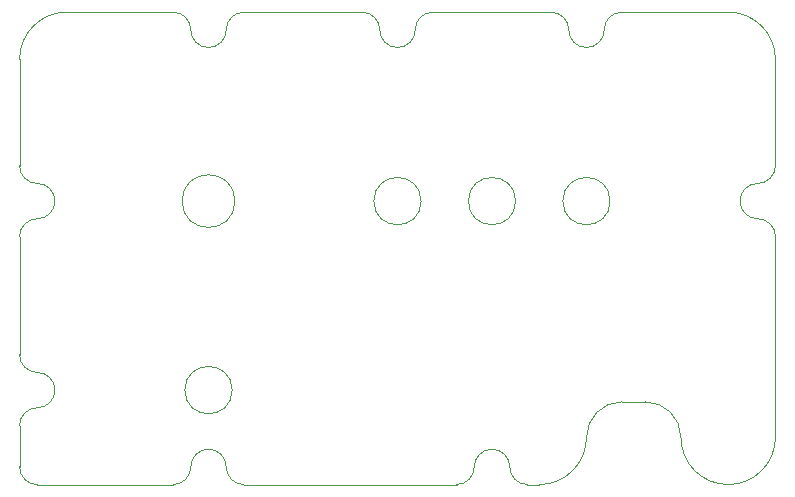
<source format=gm1>
G04 #@! TF.FileFunction,Profile,NP*
%FSLAX46Y46*%
G04 Gerber Fmt 4.6, Leading zero omitted, Abs format (unit mm)*
G04 Created by KiCad (PCBNEW (2015-08-15 BZR 6092)-product) date 2/28/2016 10:29:08 PM*
%MOMM*%
G01*
G04 APERTURE LIST*
%ADD10C,0.100000*%
G04 APERTURE END LIST*
D10*
X110500000Y-60000000D02*
X113000000Y-60000000D01*
X109000000Y-58500000D02*
X109000000Y-56000000D01*
X109000000Y-58500000D02*
G75*
G03X110500000Y-60000000I1500000J0D01*
G01*
X109000000Y-49000000D02*
X109000000Y-48000000D01*
X109000000Y-56000000D02*
X109000000Y-55000000D01*
X122000000Y-60000000D02*
X121000000Y-60000000D01*
X129000000Y-60000000D02*
X128000000Y-60000000D01*
X152000000Y-60000000D02*
X153000000Y-60000000D01*
X145000000Y-60000000D02*
X146000000Y-60000000D01*
X173000000Y-39000000D02*
X173000000Y-40000000D01*
X173000000Y-32000000D02*
X173000000Y-33000000D01*
X160000000Y-20000000D02*
X161000000Y-20000000D01*
X153000000Y-20000000D02*
X154000000Y-20000000D01*
X144000000Y-20000000D02*
X145000000Y-20000000D01*
X137000000Y-20000000D02*
X138000000Y-20000000D01*
X128000000Y-20000000D02*
X129000000Y-20000000D01*
X121000000Y-20000000D02*
X122000000Y-20000000D01*
X109000000Y-33000000D02*
X109000000Y-32000000D01*
X109000000Y-40000000D02*
X109000000Y-39000000D01*
X127000000Y-52000000D02*
G75*
G03X127000000Y-52000000I-2000000J0D01*
G01*
X127236068Y-36000000D02*
G75*
G03X127236068Y-36000000I-2236068J0D01*
G01*
X143000000Y-36000000D02*
G75*
G03X143000000Y-36000000I-2000000J0D01*
G01*
X151000000Y-36000000D02*
G75*
G03X151000000Y-36000000I-2000000J0D01*
G01*
X159000000Y-36000000D02*
G75*
G03X159000000Y-36000000I-2000000J0D01*
G01*
X121000000Y-60000000D02*
X113000000Y-60000000D01*
X109000000Y-40000000D02*
X109000000Y-48000000D01*
X113000000Y-20000000D02*
X121000000Y-20000000D01*
X109000000Y-24000000D02*
X109000000Y-32000000D01*
X113000000Y-20000000D02*
G75*
G03X109000000Y-24000000I0J-4000000D01*
G01*
X160000000Y-53000000D02*
X162000000Y-53000000D01*
X160000000Y-53000000D02*
G75*
G03X157000000Y-56000000I0J-3000000D01*
G01*
X165000000Y-56000000D02*
G75*
G03X162000000Y-53000000I-3000000J0D01*
G01*
X165000000Y-56000000D02*
G75*
G03X169000000Y-60000000I4000000J0D01*
G01*
X153000000Y-60000000D02*
G75*
G03X157000000Y-56000000I0J4000000D01*
G01*
X173000000Y-24000000D02*
X173000000Y-32000000D01*
X161000000Y-20000000D02*
X169000000Y-20000000D01*
X145000000Y-20000000D02*
X153000000Y-20000000D01*
X129000000Y-20000000D02*
X137000000Y-20000000D01*
X173000000Y-24000000D02*
G75*
G03X169000000Y-20000000I-4000000J0D01*
G01*
X173000000Y-56000000D02*
X173000000Y-40000000D01*
X169000000Y-60000000D02*
G75*
G03X173000000Y-56000000I0J4000000D01*
G01*
X129000000Y-60000000D02*
X145000000Y-60000000D01*
X123500000Y-21500000D02*
G75*
G03X122000000Y-20000000I-1500000J0D01*
G01*
X128000000Y-20000000D02*
G75*
G03X126500000Y-21500000I0J-1500000D01*
G01*
X125000000Y-23000000D02*
G75*
G03X126500000Y-21500000I0J1500000D01*
G01*
X123500000Y-21500000D02*
G75*
G03X125000000Y-23000000I1500000J0D01*
G01*
X139500000Y-21500000D02*
G75*
G03X138000000Y-20000000I-1500000J0D01*
G01*
X144000000Y-20000000D02*
G75*
G03X142500000Y-21500000I0J-1500000D01*
G01*
X141000000Y-23000000D02*
G75*
G03X142500000Y-21500000I0J1500000D01*
G01*
X139500000Y-21500000D02*
G75*
G03X141000000Y-23000000I1500000J0D01*
G01*
X155500000Y-21500000D02*
G75*
G03X154000000Y-20000000I-1500000J0D01*
G01*
X160000000Y-20000000D02*
G75*
G03X158500000Y-21500000I0J-1500000D01*
G01*
X157000000Y-23000000D02*
G75*
G03X158500000Y-21500000I0J1500000D01*
G01*
X155500000Y-21500000D02*
G75*
G03X157000000Y-23000000I1500000J0D01*
G01*
X126500000Y-58500000D02*
G75*
G03X128000000Y-60000000I1500000J0D01*
G01*
X122000000Y-60000000D02*
G75*
G03X123500000Y-58500000I0J1500000D01*
G01*
X125000000Y-57000000D02*
G75*
G03X123500000Y-58500000I0J-1500000D01*
G01*
X126500000Y-58500000D02*
G75*
G03X125000000Y-57000000I-1500000J0D01*
G01*
X110500000Y-53500000D02*
G75*
G03X109000000Y-55000000I0J-1500000D01*
G01*
X109000000Y-49000000D02*
G75*
G03X110500000Y-50500000I1500000J0D01*
G01*
X112000000Y-52000000D02*
G75*
G03X110500000Y-50500000I-1500000J0D01*
G01*
X110500000Y-53500000D02*
G75*
G03X112000000Y-52000000I0J1500000D01*
G01*
X110500000Y-37500000D02*
G75*
G03X109000000Y-39000000I0J-1500000D01*
G01*
X109000000Y-33000000D02*
G75*
G03X110500000Y-34500000I1500000J0D01*
G01*
X112000000Y-36000000D02*
G75*
G03X110500000Y-34500000I-1500000J0D01*
G01*
X110500000Y-37500000D02*
G75*
G03X112000000Y-36000000I0J1500000D01*
G01*
X150500000Y-58500000D02*
G75*
G03X152000000Y-60000000I1500000J0D01*
G01*
X146000000Y-60000000D02*
G75*
G03X147500000Y-58500000I0J1500000D01*
G01*
X149000000Y-57000000D02*
G75*
G03X147500000Y-58500000I0J-1500000D01*
G01*
X150500000Y-58500000D02*
G75*
G03X149000000Y-57000000I-1500000J0D01*
G01*
X171500000Y-34500000D02*
G75*
G03X173000000Y-33000000I0J1500000D01*
G01*
X173000000Y-39000000D02*
G75*
G03X171500000Y-37500000I-1500000J0D01*
G01*
X170000000Y-36000000D02*
G75*
G03X171500000Y-37500000I1500000J0D01*
G01*
X171500000Y-34500000D02*
G75*
G03X170000000Y-36000000I0J-1500000D01*
G01*
M02*

</source>
